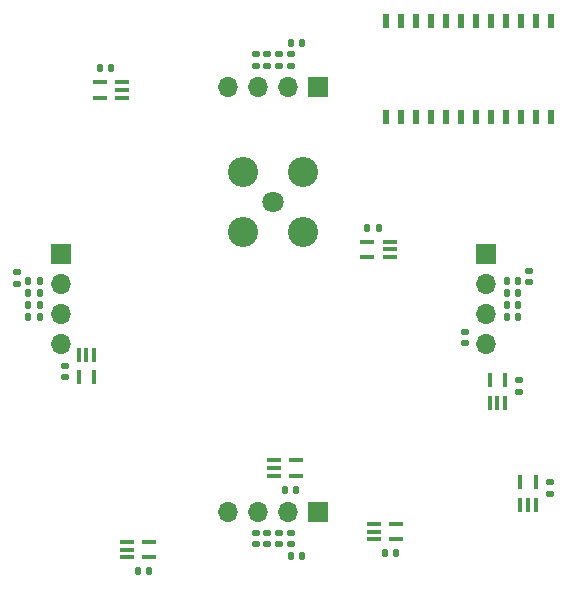
<source format=gbs>
G04 #@! TF.GenerationSoftware,KiCad,Pcbnew,(6.0.2)*
G04 #@! TF.CreationDate,2023-11-23T16:59:36-08:00*
G04 #@! TF.ProjectId,phase_shifter_v1,70686173-655f-4736-9869-667465725f76,rev?*
G04 #@! TF.SameCoordinates,Original*
G04 #@! TF.FileFunction,Soldermask,Bot*
G04 #@! TF.FilePolarity,Negative*
%FSLAX46Y46*%
G04 Gerber Fmt 4.6, Leading zero omitted, Abs format (unit mm)*
G04 Created by KiCad (PCBNEW (6.0.2)) date 2023-11-23 16:59:36*
%MOMM*%
%LPD*%
G01*
G04 APERTURE LIST*
G04 Aperture macros list*
%AMRoundRect*
0 Rectangle with rounded corners*
0 $1 Rounding radius*
0 $2 $3 $4 $5 $6 $7 $8 $9 X,Y pos of 4 corners*
0 Add a 4 corners polygon primitive as box body*
4,1,4,$2,$3,$4,$5,$6,$7,$8,$9,$2,$3,0*
0 Add four circle primitives for the rounded corners*
1,1,$1+$1,$2,$3*
1,1,$1+$1,$4,$5*
1,1,$1+$1,$6,$7*
1,1,$1+$1,$8,$9*
0 Add four rect primitives between the rounded corners*
20,1,$1+$1,$2,$3,$4,$5,0*
20,1,$1+$1,$4,$5,$6,$7,0*
20,1,$1+$1,$6,$7,$8,$9,0*
20,1,$1+$1,$8,$9,$2,$3,0*%
G04 Aperture macros list end*
%ADD10R,1.700000X1.700000*%
%ADD11O,1.700000X1.700000*%
%ADD12RoundRect,0.147500X-0.147500X-0.172500X0.147500X-0.172500X0.147500X0.172500X-0.147500X0.172500X0*%
%ADD13R,1.200000X0.400000*%
%ADD14RoundRect,0.147500X0.172500X-0.147500X0.172500X0.147500X-0.172500X0.147500X-0.172500X-0.147500X0*%
%ADD15RoundRect,0.140000X-0.170000X0.140000X-0.170000X-0.140000X0.170000X-0.140000X0.170000X0.140000X0*%
%ADD16RoundRect,0.147500X-0.172500X0.147500X-0.172500X-0.147500X0.172500X-0.147500X0.172500X0.147500X0*%
%ADD17RoundRect,0.140000X-0.140000X-0.170000X0.140000X-0.170000X0.140000X0.170000X-0.140000X0.170000X0*%
%ADD18RoundRect,0.140000X0.140000X0.170000X-0.140000X0.170000X-0.140000X-0.170000X0.140000X-0.170000X0*%
%ADD19RoundRect,0.140000X0.170000X-0.140000X0.170000X0.140000X-0.170000X0.140000X-0.170000X-0.140000X0*%
%ADD20RoundRect,0.147500X0.147500X0.172500X-0.147500X0.172500X-0.147500X-0.172500X0.147500X-0.172500X0*%
%ADD21R,0.400000X1.200000*%
%ADD22R,0.508000X1.219200*%
%ADD23C,1.800000*%
%ADD24C,2.550000*%
G04 APERTURE END LIST*
D10*
X137000000Y-73200000D03*
D11*
X137000000Y-75740000D03*
X137000000Y-78280000D03*
X137000000Y-80820000D03*
D10*
X173000000Y-73200000D03*
D11*
X173000000Y-75740000D03*
X173000000Y-78280000D03*
X173000000Y-80820000D03*
D10*
X158800000Y-95000000D03*
D11*
X156260000Y-95000000D03*
X153720000Y-95000000D03*
X151180000Y-95000000D03*
D10*
X158800000Y-59000000D03*
D11*
X156260000Y-59000000D03*
X153720000Y-59000000D03*
X151180000Y-59000000D03*
D12*
X174765000Y-78500000D03*
X175735000Y-78500000D03*
X174765000Y-77500000D03*
X175735000Y-77500000D03*
D13*
X155050000Y-91930001D03*
X155050000Y-91280001D03*
X155050000Y-90630001D03*
X156950000Y-90630001D03*
X156950000Y-91930001D03*
D14*
X153500000Y-57220000D03*
X153500000Y-56250000D03*
D15*
X178390000Y-92500000D03*
X178390000Y-93460000D03*
D14*
X156500000Y-57220000D03*
X156500000Y-56250000D03*
D16*
X156500000Y-96765000D03*
X156500000Y-97735000D03*
D17*
X156480000Y-98750000D03*
X157440000Y-98750000D03*
D18*
X144500000Y-100040000D03*
X143540000Y-100040000D03*
D16*
X155500000Y-96765000D03*
X155500000Y-97735000D03*
D17*
X156470000Y-55320000D03*
X157430000Y-55320000D03*
D13*
X142600000Y-98850000D03*
X142600000Y-98200000D03*
X142600000Y-97550000D03*
X144500000Y-97550000D03*
X144500000Y-98850000D03*
D19*
X133310000Y-75700000D03*
X133310000Y-74740000D03*
D13*
X142225244Y-58625244D03*
X142225244Y-59275244D03*
X142225244Y-59925244D03*
X140325244Y-59925244D03*
X140325244Y-58625244D03*
D16*
X153500000Y-96765000D03*
X153500000Y-97735000D03*
D15*
X175815000Y-83860000D03*
X175815000Y-84820000D03*
D14*
X155500000Y-57220000D03*
X155500000Y-56250000D03*
D19*
X171210000Y-80730000D03*
X171210000Y-79770000D03*
D20*
X135235000Y-78500000D03*
X134265000Y-78500000D03*
D21*
X138525000Y-81710000D03*
X139175000Y-81710000D03*
X139825000Y-81710000D03*
X139825000Y-83610000D03*
X138525000Y-83610000D03*
D12*
X174765000Y-75500000D03*
X175735000Y-75500000D03*
D19*
X176680000Y-75550000D03*
X176680000Y-74590000D03*
D20*
X135235000Y-75500000D03*
X134265000Y-75500000D03*
D19*
X137335000Y-83610000D03*
X137335000Y-82650000D03*
D17*
X140325244Y-57435244D03*
X141285244Y-57435244D03*
D18*
X165384999Y-98525001D03*
X164424999Y-98525001D03*
D21*
X174625000Y-85760000D03*
X173975000Y-85760000D03*
X173325000Y-85760000D03*
X173325000Y-83860000D03*
X174625000Y-83860000D03*
D13*
X164845000Y-72125000D03*
X164845000Y-72775000D03*
X164845000Y-73425000D03*
X162945000Y-73425000D03*
X162945000Y-72125000D03*
D17*
X162945000Y-70935000D03*
X163905000Y-70935000D03*
D20*
X135235000Y-77500000D03*
X134265000Y-77500000D03*
D13*
X163484999Y-97335001D03*
X163484999Y-96685001D03*
X163484999Y-96035001D03*
X165384999Y-96035001D03*
X165384999Y-97335001D03*
D14*
X154500000Y-57220000D03*
X154500000Y-56250000D03*
D12*
X174765000Y-76500000D03*
X175735000Y-76500000D03*
D22*
X164515000Y-53436000D03*
X165785000Y-53436000D03*
X167055000Y-53436000D03*
X168325000Y-53436000D03*
X169595000Y-53436000D03*
X170865000Y-53436000D03*
X172135000Y-53436000D03*
X173405000Y-53436000D03*
X174675000Y-53436000D03*
X175945000Y-53436000D03*
X177215000Y-53436000D03*
X178485000Y-53436000D03*
X178485000Y-61564000D03*
X177215000Y-61564000D03*
X175945000Y-61564000D03*
X174675000Y-61564000D03*
X173405000Y-61564000D03*
X172135000Y-61564000D03*
X170865000Y-61564000D03*
X169595000Y-61564000D03*
X168325000Y-61564000D03*
X167055000Y-61564000D03*
X165785000Y-61564000D03*
X164515000Y-61564000D03*
D21*
X177200000Y-94400000D03*
X176550000Y-94400000D03*
X175900000Y-94400000D03*
X175900000Y-92500000D03*
X177200000Y-92500000D03*
D18*
X156950000Y-93120001D03*
X155990000Y-93120001D03*
D20*
X135235000Y-76500000D03*
X134265000Y-76500000D03*
D23*
X155000000Y-68750000D03*
D24*
X157540000Y-71290000D03*
X157540000Y-66210000D03*
X152460000Y-66210000D03*
X152460000Y-71290000D03*
D16*
X154500000Y-96765000D03*
X154500000Y-97735000D03*
M02*

</source>
